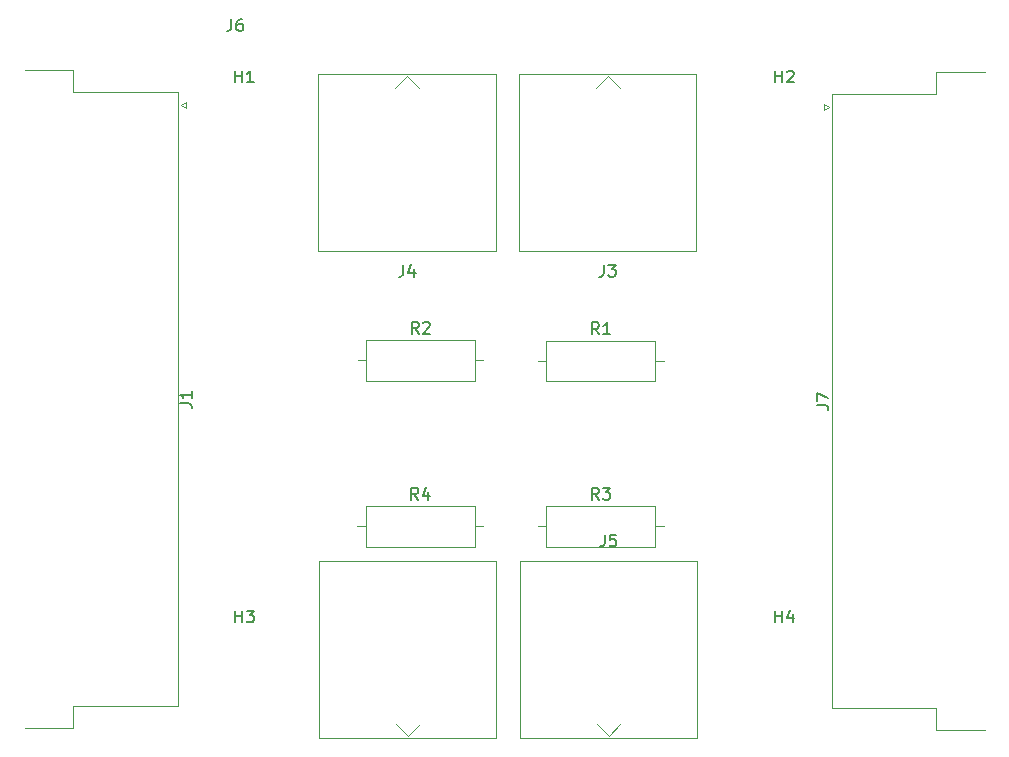
<source format=gbr>
%TF.GenerationSoftware,KiCad,Pcbnew,7.0.6*%
%TF.CreationDate,2023-08-22T16:48:19+01:00*%
%TF.ProjectId,trigger_cable,74726967-6765-4725-9f63-61626c652e6b,rev?*%
%TF.SameCoordinates,Original*%
%TF.FileFunction,Legend,Top*%
%TF.FilePolarity,Positive*%
%FSLAX46Y46*%
G04 Gerber Fmt 4.6, Leading zero omitted, Abs format (unit mm)*
G04 Created by KiCad (PCBNEW 7.0.6) date 2023-08-22 16:48:19*
%MOMM*%
%LPD*%
G01*
G04 APERTURE LIST*
%ADD10C,0.150000*%
%ADD11C,0.120000*%
G04 APERTURE END LIST*
D10*
X55505150Y-84378333D02*
X56219435Y-84378333D01*
X56219435Y-84378333D02*
X56362292Y-84425952D01*
X56362292Y-84425952D02*
X56457531Y-84521190D01*
X56457531Y-84521190D02*
X56505150Y-84664047D01*
X56505150Y-84664047D02*
X56505150Y-84759285D01*
X56505150Y-83378333D02*
X56505150Y-83949761D01*
X56505150Y-83664047D02*
X55505150Y-83664047D01*
X55505150Y-83664047D02*
X55648007Y-83759285D01*
X55648007Y-83759285D02*
X55743245Y-83854523D01*
X55743245Y-83854523D02*
X55790864Y-83949761D01*
X105918095Y-102934819D02*
X105918095Y-101934819D01*
X105918095Y-102411009D02*
X106489523Y-102411009D01*
X106489523Y-102934819D02*
X106489523Y-101934819D01*
X107394285Y-102268152D02*
X107394285Y-102934819D01*
X107156190Y-101887200D02*
X106918095Y-102601485D01*
X106918095Y-102601485D02*
X107537142Y-102601485D01*
X60198095Y-102934819D02*
X60198095Y-101934819D01*
X60198095Y-102411009D02*
X60769523Y-102411009D01*
X60769523Y-102934819D02*
X60769523Y-101934819D01*
X61150476Y-101934819D02*
X61769523Y-101934819D01*
X61769523Y-101934819D02*
X61436190Y-102315771D01*
X61436190Y-102315771D02*
X61579047Y-102315771D01*
X61579047Y-102315771D02*
X61674285Y-102363390D01*
X61674285Y-102363390D02*
X61721904Y-102411009D01*
X61721904Y-102411009D02*
X61769523Y-102506247D01*
X61769523Y-102506247D02*
X61769523Y-102744342D01*
X61769523Y-102744342D02*
X61721904Y-102839580D01*
X61721904Y-102839580D02*
X61674285Y-102887200D01*
X61674285Y-102887200D02*
X61579047Y-102934819D01*
X61579047Y-102934819D02*
X61293333Y-102934819D01*
X61293333Y-102934819D02*
X61198095Y-102887200D01*
X61198095Y-102887200D02*
X61150476Y-102839580D01*
X105918095Y-57214819D02*
X105918095Y-56214819D01*
X105918095Y-56691009D02*
X106489523Y-56691009D01*
X106489523Y-57214819D02*
X106489523Y-56214819D01*
X106918095Y-56310057D02*
X106965714Y-56262438D01*
X106965714Y-56262438D02*
X107060952Y-56214819D01*
X107060952Y-56214819D02*
X107299047Y-56214819D01*
X107299047Y-56214819D02*
X107394285Y-56262438D01*
X107394285Y-56262438D02*
X107441904Y-56310057D01*
X107441904Y-56310057D02*
X107489523Y-56405295D01*
X107489523Y-56405295D02*
X107489523Y-56500533D01*
X107489523Y-56500533D02*
X107441904Y-56643390D01*
X107441904Y-56643390D02*
X106870476Y-57214819D01*
X106870476Y-57214819D02*
X107489523Y-57214819D01*
X60198095Y-57214819D02*
X60198095Y-56214819D01*
X60198095Y-56691009D02*
X60769523Y-56691009D01*
X60769523Y-57214819D02*
X60769523Y-56214819D01*
X61769523Y-57214819D02*
X61198095Y-57214819D01*
X61483809Y-57214819D02*
X61483809Y-56214819D01*
X61483809Y-56214819D02*
X61388571Y-56357676D01*
X61388571Y-56357676D02*
X61293333Y-56452914D01*
X61293333Y-56452914D02*
X61198095Y-56500533D01*
X75683333Y-92534819D02*
X75350000Y-92058628D01*
X75111905Y-92534819D02*
X75111905Y-91534819D01*
X75111905Y-91534819D02*
X75492857Y-91534819D01*
X75492857Y-91534819D02*
X75588095Y-91582438D01*
X75588095Y-91582438D02*
X75635714Y-91630057D01*
X75635714Y-91630057D02*
X75683333Y-91725295D01*
X75683333Y-91725295D02*
X75683333Y-91868152D01*
X75683333Y-91868152D02*
X75635714Y-91963390D01*
X75635714Y-91963390D02*
X75588095Y-92011009D01*
X75588095Y-92011009D02*
X75492857Y-92058628D01*
X75492857Y-92058628D02*
X75111905Y-92058628D01*
X76540476Y-91868152D02*
X76540476Y-92534819D01*
X76302381Y-91487200D02*
X76064286Y-92201485D01*
X76064286Y-92201485D02*
X76683333Y-92201485D01*
X75733333Y-78484819D02*
X75400000Y-78008628D01*
X75161905Y-78484819D02*
X75161905Y-77484819D01*
X75161905Y-77484819D02*
X75542857Y-77484819D01*
X75542857Y-77484819D02*
X75638095Y-77532438D01*
X75638095Y-77532438D02*
X75685714Y-77580057D01*
X75685714Y-77580057D02*
X75733333Y-77675295D01*
X75733333Y-77675295D02*
X75733333Y-77818152D01*
X75733333Y-77818152D02*
X75685714Y-77913390D01*
X75685714Y-77913390D02*
X75638095Y-77961009D01*
X75638095Y-77961009D02*
X75542857Y-78008628D01*
X75542857Y-78008628D02*
X75161905Y-78008628D01*
X76114286Y-77580057D02*
X76161905Y-77532438D01*
X76161905Y-77532438D02*
X76257143Y-77484819D01*
X76257143Y-77484819D02*
X76495238Y-77484819D01*
X76495238Y-77484819D02*
X76590476Y-77532438D01*
X76590476Y-77532438D02*
X76638095Y-77580057D01*
X76638095Y-77580057D02*
X76685714Y-77675295D01*
X76685714Y-77675295D02*
X76685714Y-77770533D01*
X76685714Y-77770533D02*
X76638095Y-77913390D01*
X76638095Y-77913390D02*
X76066667Y-78484819D01*
X76066667Y-78484819D02*
X76685714Y-78484819D01*
X109414819Y-84538333D02*
X110129104Y-84538333D01*
X110129104Y-84538333D02*
X110271961Y-84585952D01*
X110271961Y-84585952D02*
X110367200Y-84681190D01*
X110367200Y-84681190D02*
X110414819Y-84824047D01*
X110414819Y-84824047D02*
X110414819Y-84919285D01*
X109414819Y-84157380D02*
X109414819Y-83490714D01*
X109414819Y-83490714D02*
X110414819Y-83919285D01*
X91406666Y-72654819D02*
X91406666Y-73369104D01*
X91406666Y-73369104D02*
X91359047Y-73511961D01*
X91359047Y-73511961D02*
X91263809Y-73607200D01*
X91263809Y-73607200D02*
X91120952Y-73654819D01*
X91120952Y-73654819D02*
X91025714Y-73654819D01*
X91787619Y-72654819D02*
X92406666Y-72654819D01*
X92406666Y-72654819D02*
X92073333Y-73035771D01*
X92073333Y-73035771D02*
X92216190Y-73035771D01*
X92216190Y-73035771D02*
X92311428Y-73083390D01*
X92311428Y-73083390D02*
X92359047Y-73131009D01*
X92359047Y-73131009D02*
X92406666Y-73226247D01*
X92406666Y-73226247D02*
X92406666Y-73464342D01*
X92406666Y-73464342D02*
X92359047Y-73559580D01*
X92359047Y-73559580D02*
X92311428Y-73607200D01*
X92311428Y-73607200D02*
X92216190Y-73654819D01*
X92216190Y-73654819D02*
X91930476Y-73654819D01*
X91930476Y-73654819D02*
X91835238Y-73607200D01*
X91835238Y-73607200D02*
X91787619Y-73559580D01*
X74406666Y-72654819D02*
X74406666Y-73369104D01*
X74406666Y-73369104D02*
X74359047Y-73511961D01*
X74359047Y-73511961D02*
X74263809Y-73607200D01*
X74263809Y-73607200D02*
X74120952Y-73654819D01*
X74120952Y-73654819D02*
X74025714Y-73654819D01*
X75311428Y-72988152D02*
X75311428Y-73654819D01*
X75073333Y-72607200D02*
X74835238Y-73321485D01*
X74835238Y-73321485D02*
X75454285Y-73321485D01*
X91466666Y-95504819D02*
X91466666Y-96219104D01*
X91466666Y-96219104D02*
X91419047Y-96361961D01*
X91419047Y-96361961D02*
X91323809Y-96457200D01*
X91323809Y-96457200D02*
X91180952Y-96504819D01*
X91180952Y-96504819D02*
X91085714Y-96504819D01*
X92419047Y-95504819D02*
X91942857Y-95504819D01*
X91942857Y-95504819D02*
X91895238Y-95981009D01*
X91895238Y-95981009D02*
X91942857Y-95933390D01*
X91942857Y-95933390D02*
X92038095Y-95885771D01*
X92038095Y-95885771D02*
X92276190Y-95885771D01*
X92276190Y-95885771D02*
X92371428Y-95933390D01*
X92371428Y-95933390D02*
X92419047Y-95981009D01*
X92419047Y-95981009D02*
X92466666Y-96076247D01*
X92466666Y-96076247D02*
X92466666Y-96314342D01*
X92466666Y-96314342D02*
X92419047Y-96409580D01*
X92419047Y-96409580D02*
X92371428Y-96457200D01*
X92371428Y-96457200D02*
X92276190Y-96504819D01*
X92276190Y-96504819D02*
X92038095Y-96504819D01*
X92038095Y-96504819D02*
X91942857Y-96457200D01*
X91942857Y-96457200D02*
X91895238Y-96409580D01*
X90983333Y-78534819D02*
X90650000Y-78058628D01*
X90411905Y-78534819D02*
X90411905Y-77534819D01*
X90411905Y-77534819D02*
X90792857Y-77534819D01*
X90792857Y-77534819D02*
X90888095Y-77582438D01*
X90888095Y-77582438D02*
X90935714Y-77630057D01*
X90935714Y-77630057D02*
X90983333Y-77725295D01*
X90983333Y-77725295D02*
X90983333Y-77868152D01*
X90983333Y-77868152D02*
X90935714Y-77963390D01*
X90935714Y-77963390D02*
X90888095Y-78011009D01*
X90888095Y-78011009D02*
X90792857Y-78058628D01*
X90792857Y-78058628D02*
X90411905Y-78058628D01*
X91935714Y-78534819D02*
X91364286Y-78534819D01*
X91650000Y-78534819D02*
X91650000Y-77534819D01*
X91650000Y-77534819D02*
X91554762Y-77677676D01*
X91554762Y-77677676D02*
X91459524Y-77772914D01*
X91459524Y-77772914D02*
X91364286Y-77820533D01*
X59866666Y-51854819D02*
X59866666Y-52569104D01*
X59866666Y-52569104D02*
X59819047Y-52711961D01*
X59819047Y-52711961D02*
X59723809Y-52807200D01*
X59723809Y-52807200D02*
X59580952Y-52854819D01*
X59580952Y-52854819D02*
X59485714Y-52854819D01*
X60771428Y-51854819D02*
X60580952Y-51854819D01*
X60580952Y-51854819D02*
X60485714Y-51902438D01*
X60485714Y-51902438D02*
X60438095Y-51950057D01*
X60438095Y-51950057D02*
X60342857Y-52092914D01*
X60342857Y-52092914D02*
X60295238Y-52283390D01*
X60295238Y-52283390D02*
X60295238Y-52664342D01*
X60295238Y-52664342D02*
X60342857Y-52759580D01*
X60342857Y-52759580D02*
X60390476Y-52807200D01*
X60390476Y-52807200D02*
X60485714Y-52854819D01*
X60485714Y-52854819D02*
X60676190Y-52854819D01*
X60676190Y-52854819D02*
X60771428Y-52807200D01*
X60771428Y-52807200D02*
X60819047Y-52759580D01*
X60819047Y-52759580D02*
X60866666Y-52664342D01*
X60866666Y-52664342D02*
X60866666Y-52426247D01*
X60866666Y-52426247D02*
X60819047Y-52331009D01*
X60819047Y-52331009D02*
X60771428Y-52283390D01*
X60771428Y-52283390D02*
X60676190Y-52235771D01*
X60676190Y-52235771D02*
X60485714Y-52235771D01*
X60485714Y-52235771D02*
X60390476Y-52283390D01*
X60390476Y-52283390D02*
X60342857Y-52331009D01*
X60342857Y-52331009D02*
X60295238Y-52426247D01*
X90983333Y-92534819D02*
X90650000Y-92058628D01*
X90411905Y-92534819D02*
X90411905Y-91534819D01*
X90411905Y-91534819D02*
X90792857Y-91534819D01*
X90792857Y-91534819D02*
X90888095Y-91582438D01*
X90888095Y-91582438D02*
X90935714Y-91630057D01*
X90935714Y-91630057D02*
X90983333Y-91725295D01*
X90983333Y-91725295D02*
X90983333Y-91868152D01*
X90983333Y-91868152D02*
X90935714Y-91963390D01*
X90935714Y-91963390D02*
X90888095Y-92011009D01*
X90888095Y-92011009D02*
X90792857Y-92058628D01*
X90792857Y-92058628D02*
X90411905Y-92058628D01*
X91316667Y-91534819D02*
X91935714Y-91534819D01*
X91935714Y-91534819D02*
X91602381Y-91915771D01*
X91602381Y-91915771D02*
X91745238Y-91915771D01*
X91745238Y-91915771D02*
X91840476Y-91963390D01*
X91840476Y-91963390D02*
X91888095Y-92011009D01*
X91888095Y-92011009D02*
X91935714Y-92106247D01*
X91935714Y-92106247D02*
X91935714Y-92344342D01*
X91935714Y-92344342D02*
X91888095Y-92439580D01*
X91888095Y-92439580D02*
X91840476Y-92487200D01*
X91840476Y-92487200D02*
X91745238Y-92534819D01*
X91745238Y-92534819D02*
X91459524Y-92534819D01*
X91459524Y-92534819D02*
X91364286Y-92487200D01*
X91364286Y-92487200D02*
X91316667Y-92439580D01*
D11*
%TO.C,J1*%
X42370331Y-56185000D02*
X46470331Y-56185000D01*
X46470331Y-111905000D02*
X42370331Y-111905000D01*
X55310331Y-110035000D02*
X46470331Y-110035000D01*
X55571656Y-59115000D02*
X56004669Y-58865000D01*
X46470331Y-58055000D02*
X55310331Y-58055000D01*
X46470331Y-56185000D02*
X46470331Y-58055000D01*
X55310331Y-58055000D02*
X55310331Y-110035000D01*
X56004669Y-58865000D02*
X56004669Y-59365000D01*
X46470331Y-110035000D02*
X46470331Y-111905000D01*
X56004669Y-59365000D02*
X55571656Y-59115000D01*
%TO.C,R4*%
X70540000Y-94800000D02*
X71230000Y-94800000D01*
X71230000Y-93080000D02*
X71230000Y-96520000D01*
X71230000Y-96520000D02*
X80470000Y-96520000D01*
X80470000Y-93080000D02*
X71230000Y-93080000D01*
X80470000Y-96520000D02*
X80470000Y-93080000D01*
X81160000Y-94800000D02*
X80470000Y-94800000D01*
%TO.C,R2*%
X70590000Y-80750000D02*
X71280000Y-80750000D01*
X71280000Y-79030000D02*
X71280000Y-82470000D01*
X71280000Y-82470000D02*
X80520000Y-82470000D01*
X80520000Y-79030000D02*
X71280000Y-79030000D01*
X80520000Y-82470000D02*
X80520000Y-79030000D01*
X81210000Y-80750000D02*
X80520000Y-80750000D01*
%TO.C,J7*%
X119540000Y-112065000D02*
X119540000Y-110195000D01*
X123640000Y-112065000D02*
X119540000Y-112065000D01*
X110700000Y-110195000D02*
X110700000Y-58215000D01*
X119540000Y-110195000D02*
X110700000Y-110195000D01*
X110005662Y-59525000D02*
X110005662Y-59025000D01*
X110438675Y-59275000D02*
X110005662Y-59525000D01*
X110005662Y-59025000D02*
X110438675Y-59275000D01*
X110700000Y-58215000D02*
X119540000Y-58215000D01*
X119540000Y-58215000D02*
X119540000Y-56345000D01*
X119540000Y-56345000D02*
X123640000Y-56345000D01*
%TO.C,J3*%
X84240000Y-56500000D02*
X99240000Y-56500000D01*
X84240000Y-71500000D02*
X84240000Y-56500000D01*
X91740000Y-56700000D02*
X90740000Y-57700000D01*
X91740000Y-56700000D02*
X92740000Y-57700000D01*
X99240000Y-56500000D02*
X99240000Y-71500000D01*
X99240000Y-71500000D02*
X84240000Y-71500000D01*
%TO.C,J4*%
X67240000Y-56500000D02*
X82240000Y-56500000D01*
X67240000Y-71500000D02*
X67240000Y-56500000D01*
X74740000Y-56700000D02*
X73740000Y-57700000D01*
X74740000Y-56700000D02*
X75740000Y-57700000D01*
X82240000Y-56500000D02*
X82240000Y-71500000D01*
X82240000Y-71500000D02*
X67240000Y-71500000D01*
%TO.C,J5*%
X99300000Y-112750000D02*
X84300000Y-112750000D01*
X99300000Y-97750000D02*
X99300000Y-112750000D01*
X91800000Y-112550000D02*
X92800000Y-111550000D01*
X91800000Y-112550000D02*
X90800000Y-111550000D01*
X84300000Y-112750000D02*
X84300000Y-97750000D01*
X84300000Y-97750000D02*
X99300000Y-97750000D01*
%TO.C,R1*%
X85840000Y-80800000D02*
X86530000Y-80800000D01*
X86530000Y-79080000D02*
X86530000Y-82520000D01*
X86530000Y-82520000D02*
X95770000Y-82520000D01*
X95770000Y-79080000D02*
X86530000Y-79080000D01*
X95770000Y-82520000D02*
X95770000Y-79080000D01*
X96460000Y-80800000D02*
X95770000Y-80800000D01*
%TO.C,J6*%
X82300000Y-112750000D02*
X67300000Y-112750000D01*
X82300000Y-97750000D02*
X82300000Y-112750000D01*
X74800000Y-112550000D02*
X75800000Y-111550000D01*
X74800000Y-112550000D02*
X73800000Y-111550000D01*
X67300000Y-112750000D02*
X67300000Y-97750000D01*
X67300000Y-97750000D02*
X82300000Y-97750000D01*
%TO.C,R3*%
X85840000Y-94800000D02*
X86530000Y-94800000D01*
X86530000Y-93080000D02*
X86530000Y-96520000D01*
X86530000Y-96520000D02*
X95770000Y-96520000D01*
X95770000Y-93080000D02*
X86530000Y-93080000D01*
X95770000Y-96520000D02*
X95770000Y-93080000D01*
X96460000Y-94800000D02*
X95770000Y-94800000D01*
%TD*%
M02*

</source>
